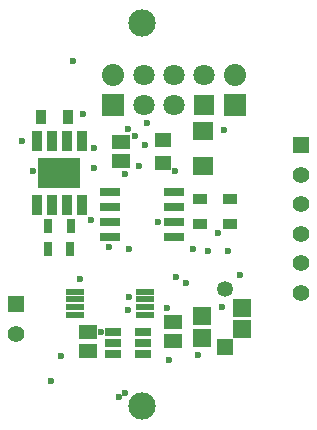
<source format=gts>
G04*
G04 #@! TF.GenerationSoftware,Altium Limited,Altium Designer,24.2.2 (26)*
G04*
G04 Layer_Color=8388736*
%FSLAX25Y25*%
%MOIN*%
G70*
G04*
G04 #@! TF.SameCoordinates,6727E026-D54A-49E6-9AE1-AA62B6963756*
G04*
G04*
G04 #@! TF.FilePolarity,Negative*
G04*
G01*
G75*
%ADD13R,0.04724X0.03543*%
%ADD14R,0.05756X0.04953*%
%ADD17R,0.06127X0.05924*%
%ADD18R,0.03543X0.04724*%
%ADD19R,0.02756X0.05118*%
%ADD24R,0.06594X0.03150*%
%ADD25R,0.06890X0.06102*%
%ADD26R,0.06398X0.02362*%
%ADD27R,0.06496X0.04646*%
%ADD28R,0.05315X0.03150*%
%ADD29R,0.13984X0.10484*%
%ADD30R,0.03347X0.06594*%
%ADD31C,0.05315*%
%ADD32R,0.05315X0.05315*%
%ADD33C,0.05512*%
%ADD34R,0.05512X0.05512*%
%ADD35C,0.07087*%
%ADD36R,0.07087X0.07087*%
%ADD37C,0.09165*%
%ADD38R,0.07382X0.07382*%
%ADD39C,0.07382*%
%ADD40C,0.02362*%
D13*
X29500Y-3134D02*
D03*
Y5134D02*
D03*
X19500Y-3134D02*
D03*
Y5134D02*
D03*
D14*
X7000Y24846D02*
D03*
Y17154D02*
D03*
D17*
X33500Y-31034D02*
D03*
Y-38166D02*
D03*
X20200Y-33934D02*
D03*
Y-41066D02*
D03*
D18*
X-33528Y32500D02*
D03*
X-24472D02*
D03*
D19*
X-23622Y-3937D02*
D03*
X-31102D02*
D03*
X-23720Y-11516D02*
D03*
X-31201D02*
D03*
D24*
X-10677Y7500D02*
D03*
Y2500D02*
D03*
Y-2500D02*
D03*
Y-7500D02*
D03*
X10677D02*
D03*
Y-2500D02*
D03*
Y2500D02*
D03*
Y7500D02*
D03*
D25*
X20500Y27906D02*
D03*
Y16094D02*
D03*
D26*
X1067Y-33339D02*
D03*
Y-30780D02*
D03*
Y-28220D02*
D03*
Y-25661D02*
D03*
X-22067D02*
D03*
Y-28220D02*
D03*
Y-30780D02*
D03*
Y-33339D02*
D03*
D27*
X-18000Y-39122D02*
D03*
Y-45500D02*
D03*
X-7000Y24189D02*
D03*
Y17811D02*
D03*
X10532Y-42067D02*
D03*
Y-35689D02*
D03*
D28*
X-9421Y-46440D02*
D03*
Y-42700D02*
D03*
Y-38960D02*
D03*
X421D02*
D03*
Y-42700D02*
D03*
Y-46440D02*
D03*
D29*
X-27500Y13823D02*
D03*
D30*
X-20000Y3146D02*
D03*
X-25000D02*
D03*
X-30000D02*
D03*
X-35000D02*
D03*
Y24500D02*
D03*
X-30000D02*
D03*
X-25000D02*
D03*
X-20000D02*
D03*
D31*
X27756Y-24783D02*
D03*
D32*
Y-43996D02*
D03*
D33*
X-41929Y-39764D02*
D03*
X53217Y-26106D02*
D03*
Y-16264D02*
D03*
Y-6421D02*
D03*
Y3421D02*
D03*
Y13264D02*
D03*
D34*
X-41929Y-29921D02*
D03*
X53217Y23106D02*
D03*
D35*
X728Y46654D02*
D03*
Y36654D02*
D03*
X10728Y46654D02*
D03*
Y36654D02*
D03*
X20728Y46654D02*
D03*
D36*
Y36654D02*
D03*
D37*
X0Y-63780D02*
D03*
Y63780D02*
D03*
D38*
X-9449Y36651D02*
D03*
X31201Y36652D02*
D03*
D39*
X-9449Y46651D02*
D03*
X31201Y46652D02*
D03*
D40*
X18900Y-46900D02*
D03*
X26800Y-30900D02*
D03*
X-4500Y-31636D02*
D03*
X-4200Y-27364D02*
D03*
X-15800Y22200D02*
D03*
X-10728Y-10827D02*
D03*
X-16000Y15600D02*
D03*
X28800Y-12000D02*
D03*
X22000Y-12235D02*
D03*
X11264Y14686D02*
D03*
X1659Y30659D02*
D03*
X-2223Y26177D02*
D03*
X1238Y23162D02*
D03*
X-4700Y28470D02*
D03*
X-13400Y-39000D02*
D03*
X-4232Y-11327D02*
D03*
X5300Y-2400D02*
D03*
X-36100Y14500D02*
D03*
X-19530Y33600D02*
D03*
X-744Y16104D02*
D03*
X14800Y-22900D02*
D03*
X25305Y-6040D02*
D03*
X-5375Y13411D02*
D03*
X11500Y-20800D02*
D03*
X32800Y-20200D02*
D03*
X-20400Y-21500D02*
D03*
X-22900Y51300D02*
D03*
X-7656Y-60857D02*
D03*
X-5500Y-59313D02*
D03*
X-30100Y-55513D02*
D03*
X-27000Y-47200D02*
D03*
X17000Y-11327D02*
D03*
X8600Y-31000D02*
D03*
X9000Y-48500D02*
D03*
X-16929Y-1673D02*
D03*
X27300Y28100D02*
D03*
X-39862Y24409D02*
D03*
M02*

</source>
